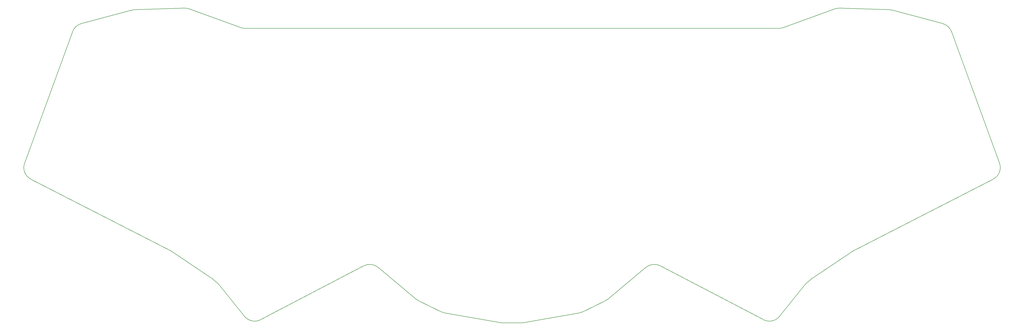
<source format=gbr>
%TF.GenerationSoftware,KiCad,Pcbnew,8.0.1*%
%TF.CreationDate,2024-05-01T11:58:40+09:00*%
%TF.ProjectId,bottom_plate,626f7474-6f6d-45f7-906c-6174652e6b69,v1.0.0*%
%TF.SameCoordinates,Original*%
%TF.FileFunction,Profile,NP*%
%FSLAX46Y46*%
G04 Gerber Fmt 4.6, Leading zero omitted, Abs format (unit mm)*
G04 Created by KiCad (PCBNEW 8.0.1) date 2024-05-01 11:58:40*
%MOMM*%
%LPD*%
G01*
G04 APERTURE LIST*
%TA.AperFunction,Profile*%
%ADD10C,0.150000*%
%TD*%
G04 APERTURE END LIST*
D10*
X18434528Y-120598774D02*
X36885667Y-69904687D01*
X40290707Y-66784979D02*
X59679596Y-61592636D01*
X60815842Y-61424916D02*
X79782925Y-60828384D01*
X81650202Y-61127450D02*
X101398269Y-68315159D01*
X103108369Y-68616695D02*
X308584240Y-68616695D01*
X310294340Y-68315159D02*
X330042407Y-61127450D01*
X331909684Y-60828384D02*
X350876767Y-61424916D01*
X352013013Y-61592636D02*
X371401902Y-66784979D01*
X374806942Y-69904687D02*
X393258081Y-120598774D01*
X390843997Y-126756527D02*
X337551219Y-154128475D01*
X337046860Y-154426074D02*
X320830467Y-165323110D01*
X320830467Y-165323110D02*
X318564495Y-167374438D01*
X318564495Y-167374438D02*
X308711200Y-179631799D01*
X302495340Y-180928905D02*
X262837672Y-160169025D01*
X257304855Y-160768566D02*
X242823038Y-172920253D01*
X241814691Y-173577276D02*
X233018705Y-177900720D01*
X231681355Y-178337514D02*
X210299156Y-182107773D01*
X209430915Y-182183734D02*
X202261694Y-182183734D01*
X201393453Y-182107773D02*
X180011254Y-178337514D01*
X178673904Y-177900720D02*
X169877918Y-173577276D01*
X168869571Y-172920253D02*
X154387754Y-160768566D01*
X148854937Y-160169025D02*
X109197269Y-180928905D01*
X102981409Y-179631799D02*
X93128114Y-167374438D01*
X93128114Y-167374438D02*
X90862142Y-165323110D01*
X90862142Y-165323110D02*
X74645749Y-154426074D01*
X74141390Y-154128475D02*
X20848612Y-126756527D01*
X36885668Y-69904688D02*
G75*
G02*
X40290707Y-66784980I4698462J-1710100D01*
G01*
X59679596Y-61592637D02*
G75*
G02*
X60815842Y-61424917I1293423J-4829808D01*
G01*
X79782925Y-60828384D02*
G75*
G02*
X81650202Y-61127450I157177J-4997529D01*
G01*
X103108370Y-68616696D02*
G75*
G02*
X101398269Y-68315159I-1J5000001D01*
G01*
X310294341Y-68315157D02*
G75*
G02*
X308584240Y-68616694I-1710101J4698462D01*
G01*
X330042407Y-61127451D02*
G75*
G02*
X331909684Y-60828385I1710100J-4698462D01*
G01*
X350876767Y-61424916D02*
G75*
G02*
X352013013Y-61592636I-157177J-4997529D01*
G01*
X371401901Y-66784980D02*
G75*
G02*
X374806941Y-69904687I-1293422J-4829808D01*
G01*
X393258081Y-120598773D02*
G75*
G02*
X390843997Y-126756527I-4698463J-1710101D01*
G01*
X337046861Y-154426075D02*
G75*
G02*
X337551219Y-154128476I2788737J-4150052D01*
G01*
X308711200Y-179631799D02*
G75*
G02*
X302495340Y-180928905I-3896981J3132657D01*
G01*
X257304856Y-160768567D02*
G75*
G02*
X262837672Y-160169026I3213937J-3830221D01*
G01*
X242823038Y-172920254D02*
G75*
G02*
X241814691Y-173577276I-3213938J3830223D01*
G01*
X233018706Y-177900720D02*
G75*
G02*
X231681355Y-178337514I-2205592J4487245D01*
G01*
X210299156Y-182107773D02*
G75*
G02*
X209430915Y-182183734I-868241J4924039D01*
G01*
X202261694Y-182183734D02*
G75*
G02*
X201393453Y-182107773I0J5000000D01*
G01*
X180011255Y-178337514D02*
G75*
G02*
X178673904Y-177900720I868240J4924039D01*
G01*
X169877917Y-173577276D02*
G75*
G02*
X168869571Y-172920253I2205592J4487245D01*
G01*
X148854937Y-160169025D02*
G75*
G02*
X154387754Y-160768566I2318879J-4429763D01*
G01*
X109197269Y-180928905D02*
G75*
G02*
X102981409Y-179631799I-2318879J4429763D01*
G01*
X74141390Y-154128476D02*
G75*
G02*
X74645748Y-154426075I-2284379J-4447651D01*
G01*
X20848613Y-126756526D02*
G75*
G02*
X18434529Y-120598774I2284378J4447652D01*
G01*
M02*

</source>
